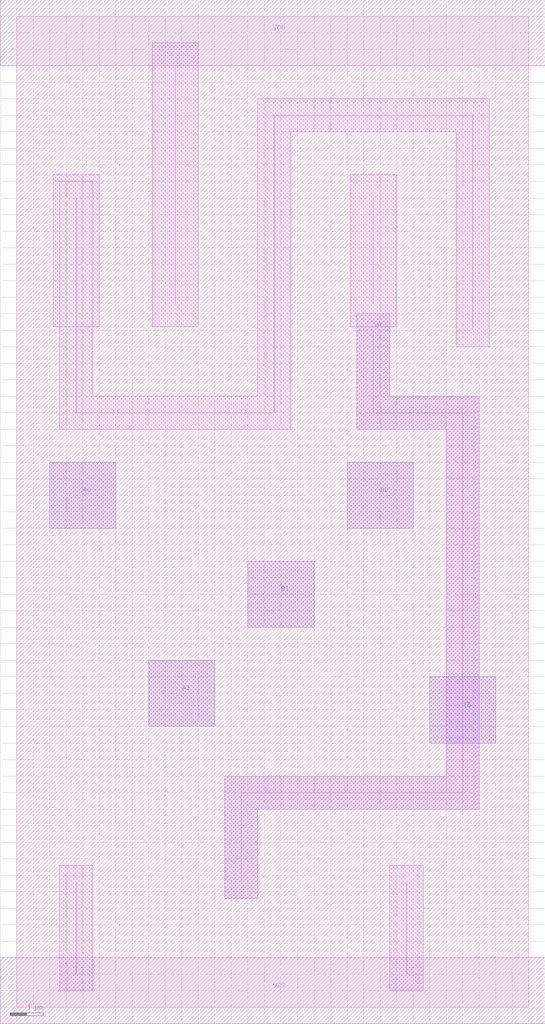
<source format=lef>
VERSION 5.5 ;
NAMESCASESENSITIVE ON ;
BUSBITCHARS "[]" ;
DIVIDERCHAR "/" ;

MACRO nr222
  CLASS CORE ;
  SOURCE USER ;
  ORIGIN 0 0 ;
  SIZE 15.500 BY 30.000 ;
  SYMMETRY X Y ;
  SITE unit ;
 
  PIN A0
    USE SIGNAL ;
    PORT
      LAYER ML1 ;
        POLYGON 1.000 14.500  1.000 16.500  3.000 16.500  3.000 14.500  1.000 
        14.500  ;
    END
    PORT
      LAYER ML2 ;
        POLYGON 1.000 14.500  1.000 16.500  3.000 16.500  3.000 14.500  1.000 
        14.500  ;
    END
  END A0
  PIN A1
    USE SIGNAL ;
    PORT
      LAYER ML1 ;
        POLYGON 4.000 8.500  4.000 10.500  6.000 10.500  6.000 8.500  4.000 
        8.500  ;
    END
    PORT
      LAYER ML2 ;
        POLYGON 4.000 8.500  4.000 10.500  6.000 10.500  6.000 8.500  4.000 
        8.500  ;
    END
  END A1
  PIN B0
    USE SIGNAL ;
    PORT
      LAYER ML1 ;
        POLYGON 10.000 14.500  10.000 16.500  12.000 16.500  12.000 14.500  
        10.000 14.500  ;
    END
    PORT
      LAYER ML2 ;
        POLYGON 10.000 14.500  10.000 16.500  12.000 16.500  12.000 14.500  
        10.000 14.500  ;
    END
  END B0
  PIN B1
    USE SIGNAL ;
    PORT
      LAYER ML1 ;
        POLYGON 7.000 11.500  7.000 13.500  9.000 13.500  9.000 11.500  7.000 
        11.500  ;
    END
    PORT
      LAYER ML2 ;
        POLYGON 7.000 11.500  7.000 13.500  9.000 13.500  9.000 11.500  7.000 
        11.500  ;
    END
  END B1
  PIN VDD
    USE POWER ;
    PORT
      LAYER ML1 ;
        RECT -0.500 28.500  16.000 30.500  ;
    END
  END VDD
  PIN VSS
    USE GROUND ;
    PORT
      LAYER ML1 ;
        RECT -0.500 -0.500  16.000 1.500  ;
    END
  END VSS
  PIN YB
    USE SIGNAL ;
    PORT
      LAYER ML1 ;
        WIDTH 1.000  ;
        PATH 10.800 20.500 10.800 18.000 13.500 18.000 13.500 6.500 6.800 
        6.500 6.800 3.800  ;
    END
    PORT
      LAYER ML1 ;
        POLYGON 12.500 8.000  12.500 10.000  14.500 10.000  14.500 8.000  
        12.500 8.000  ;
    END
    PORT
      LAYER ML2 ;
        POLYGON 12.500 8.000  12.500 10.000  14.500 10.000  14.500 8.000  
        12.500 8.000  ;
    END
  END YB
  OBS

    LAYER ML1 ;

      WIDTH 1.400  ;
      PATH 1.800 21.300 1.800 24.500  ;
      WIDTH 1.000  ;
      PATH 1.800 1.000 1.800 3.800  ;
      WIDTH 1.400  ;
      PATH 4.800 21.300 4.800 28.500  ;
      WIDTH 1.000  ;
      PATH 11.800 1.000 11.800 3.800  ;

      WIDTH 1.000  ;
      PATH 1.800 24.500 1.800 18.000 7.800 18.000 7.800 27.000 13.800 27.000 
      13.800 20.500  ;
      WIDTH 1.400  ;
      PATH 10.800 21.300 10.800 24.500  ;
      WIDTH 1.000  ;
      PATH 10.800 20.500 10.800 18.000 13.500 18.000 13.500 6.500 6.800 6.500 
      6.800 3.800  ;

    VIA 1.800 22.500  dcont ;
    VIA 1.800 20.500  dcont ;
    VIA 1.800 3.800  dcont ;
    VIA 1.800 24.500  dcont ;
    VIA 4.800 22.500  dcont ;
    VIA 4.800 20.500  dcont ;
    VIA 4.800 24.500  dcont ;
    VIA 6.800 3.800  dcont ;
    VIA 7.800 24.500  dcont ;
    VIA 7.800 22.500  dcont ;
    VIA 7.800 20.500  dcont ;
    VIA 10.800 20.500  dcont ;
    VIA 10.800 22.500  dcont ;
    VIA 10.800 24.500  dcont ;
    VIA 11.800 3.800  dcont ;
    VIA 13.800 20.500  dcont ;
    VIA 13.800 22.500  dcont ;
    VIA 13.800 24.500  dcont ;
    VIA 11.000 15.500  pcont ;
    VIA 8.000 12.500  pcont ;
    VIA 10.200 29.500  nsubcont ;
    VIA 5.000 9.500  pcont ;
    VIA 2.000 15.500  pcont ;
    VIA 10.200 0.500  psubcont ;
  END
END nr222

MACRO dcont
  CLASS CORE ;
  OBS
    LAYER ML1 ;
      RECT -1.000 -1.000  1.000 1.000  ;
  END
END dcont

MACRO pcont
  CLASS CORE ;
  OBS
    LAYER ML1 ;
      RECT -1.000 -1.000  1.000 1.000  ;
  END
END pcont

MACRO nsubcont
  CLASS CORE ;
  OBS
    LAYER ML1 ;
      RECT -1.000 -1.000  1.000 1.000  ;
  END
END nsubcont

MACRO psubcont
  CLASS CORE ;
  OBS
    LAYER ML1 ;
      RECT -1.000 -1.000  1.000 1.000  ;
  END
END psubcont


END LIBRARY

</source>
